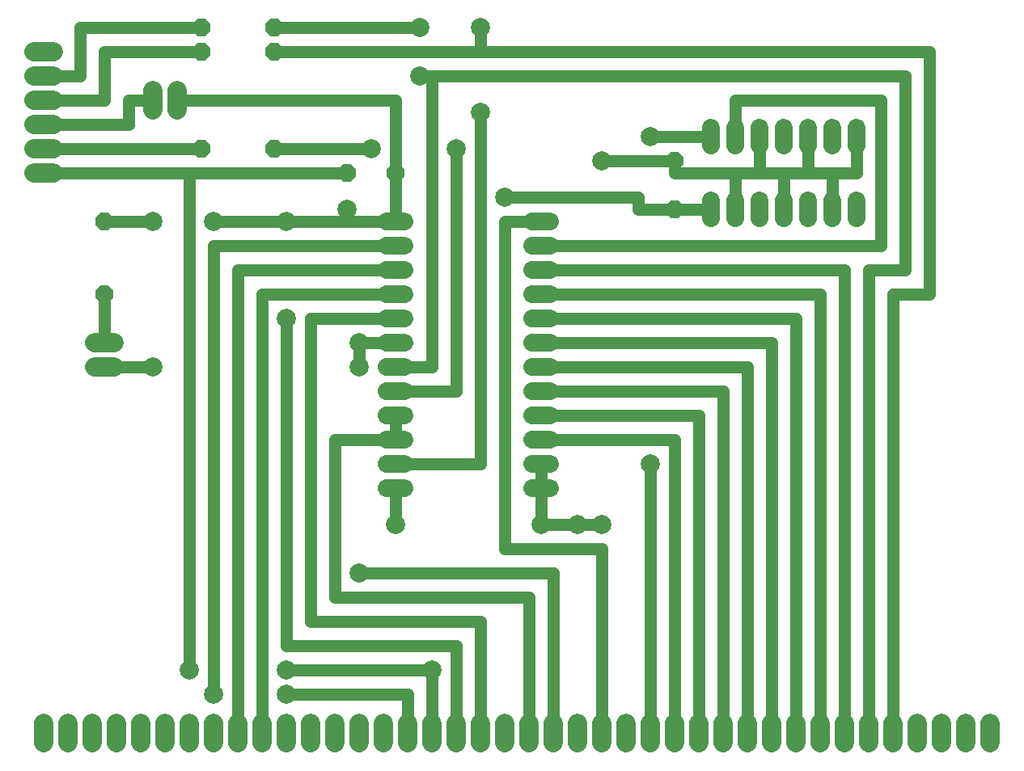
<source format=gbr>
G04 EAGLE Gerber RS-274X export*
G75*
%MOMM*%
%FSLAX34Y34*%
%LPD*%
%INBottom Copper*%
%IPPOS*%
%AMOC8*
5,1,8,0,0,1.08239X$1,22.5*%
G01*
%ADD10P,1.979475X8X112.500000*%
%ADD11P,1.979475X8X202.500000*%
%ADD12C,1.828800*%
%ADD13C,2.032000*%
%ADD14P,1.979475X8X22.500000*%
%ADD15C,2.000000*%
%ADD16C,1.270000*%


D10*
X685800Y-215900D03*
X685800Y-165100D03*
D11*
X393700Y-177800D03*
X342900Y-177800D03*
D12*
X384556Y-508000D02*
X402844Y-508000D01*
X402844Y-482600D02*
X384556Y-482600D01*
X384556Y-355600D02*
X402844Y-355600D01*
X402844Y-330200D02*
X384556Y-330200D01*
X384556Y-457200D02*
X402844Y-457200D01*
X402844Y-431800D02*
X384556Y-431800D01*
X384556Y-381000D02*
X402844Y-381000D01*
X402844Y-406400D02*
X384556Y-406400D01*
X384556Y-304800D02*
X402844Y-304800D01*
X402844Y-279400D02*
X384556Y-279400D01*
X384556Y-254000D02*
X402844Y-254000D01*
X402844Y-228600D02*
X384556Y-228600D01*
X536956Y-228600D02*
X555244Y-228600D01*
X555244Y-254000D02*
X536956Y-254000D01*
X536956Y-279400D02*
X555244Y-279400D01*
X555244Y-304800D02*
X536956Y-304800D01*
X536956Y-330200D02*
X555244Y-330200D01*
X555244Y-355600D02*
X536956Y-355600D01*
X536956Y-381000D02*
X555244Y-381000D01*
X555244Y-406400D02*
X536956Y-406400D01*
X536956Y-431800D02*
X555244Y-431800D01*
X555244Y-457200D02*
X536956Y-457200D01*
X536956Y-482600D02*
X555244Y-482600D01*
X555244Y-508000D02*
X536956Y-508000D01*
X723900Y-148844D02*
X723900Y-130556D01*
X749300Y-130556D02*
X749300Y-148844D01*
X876300Y-148844D02*
X876300Y-130556D01*
X876300Y-206756D02*
X876300Y-225044D01*
X774700Y-148844D02*
X774700Y-130556D01*
X800100Y-130556D02*
X800100Y-148844D01*
X850900Y-148844D02*
X850900Y-130556D01*
X825500Y-130556D02*
X825500Y-148844D01*
X850900Y-206756D02*
X850900Y-225044D01*
X825500Y-225044D02*
X825500Y-206756D01*
X800100Y-206756D02*
X800100Y-225044D01*
X774700Y-225044D02*
X774700Y-206756D01*
X749300Y-206756D02*
X749300Y-225044D01*
X723900Y-225044D02*
X723900Y-206756D01*
D13*
X25400Y-754380D02*
X25400Y-774700D01*
X50800Y-774700D02*
X50800Y-754380D01*
X76200Y-754380D02*
X76200Y-774700D01*
X101600Y-774700D02*
X101600Y-754380D01*
X127000Y-754380D02*
X127000Y-774700D01*
X152400Y-774700D02*
X152400Y-754380D01*
X177800Y-754380D02*
X177800Y-774700D01*
X203200Y-774700D02*
X203200Y-754380D01*
X228600Y-754380D02*
X228600Y-774700D01*
X254000Y-774700D02*
X254000Y-754380D01*
X279400Y-754380D02*
X279400Y-774700D01*
X304800Y-774700D02*
X304800Y-754380D01*
X330200Y-754380D02*
X330200Y-774700D01*
X355600Y-774700D02*
X355600Y-754380D01*
X381000Y-754380D02*
X381000Y-774700D01*
X406400Y-774700D02*
X406400Y-754380D01*
X431800Y-754380D02*
X431800Y-774700D01*
X457200Y-774700D02*
X457200Y-754380D01*
X482600Y-754380D02*
X482600Y-774700D01*
X508000Y-774700D02*
X508000Y-754380D01*
X533400Y-754380D02*
X533400Y-774700D01*
X558800Y-774700D02*
X558800Y-754380D01*
X584200Y-754380D02*
X584200Y-774700D01*
X609600Y-774700D02*
X609600Y-754380D01*
X635000Y-754380D02*
X635000Y-774700D01*
X660400Y-774700D02*
X660400Y-754380D01*
X685800Y-754380D02*
X685800Y-774700D01*
X711200Y-774700D02*
X711200Y-754380D01*
X736600Y-754380D02*
X736600Y-774700D01*
X762000Y-774700D02*
X762000Y-754380D01*
X787400Y-754380D02*
X787400Y-774700D01*
X812800Y-774700D02*
X812800Y-754380D01*
X838200Y-754380D02*
X838200Y-774700D01*
X863600Y-774700D02*
X863600Y-754380D01*
X889000Y-754380D02*
X889000Y-774700D01*
X914400Y-774700D02*
X914400Y-754380D01*
X939800Y-754380D02*
X939800Y-774700D01*
X965200Y-774700D02*
X965200Y-754380D01*
X990600Y-754380D02*
X990600Y-774700D01*
X1016000Y-774700D02*
X1016000Y-754380D01*
X165100Y-111760D02*
X165100Y-91440D01*
X139700Y-91440D02*
X139700Y-111760D01*
D14*
X190500Y-152400D03*
X266700Y-152400D03*
X190500Y-50800D03*
X266700Y-50800D03*
X190500Y-25400D03*
X266700Y-25400D03*
D13*
X35560Y-177800D02*
X15240Y-177800D01*
X15240Y-152400D02*
X35560Y-152400D01*
X35560Y-127000D02*
X15240Y-127000D01*
X15240Y-101600D02*
X35560Y-101600D01*
X35560Y-76200D02*
X15240Y-76200D01*
X15240Y-50800D02*
X35560Y-50800D01*
X78740Y-355600D02*
X99060Y-355600D01*
X99060Y-381000D02*
X78740Y-381000D01*
D10*
X88900Y-304800D03*
X88900Y-228600D03*
D15*
X177800Y-698500D03*
X546100Y-546100D03*
D16*
X546100Y-508000D02*
X546100Y-482600D01*
X876300Y-177800D02*
X876300Y-139700D01*
X876300Y-177800D02*
X850900Y-177800D01*
X850900Y-215900D01*
X850900Y-177800D02*
X825500Y-177800D01*
X800100Y-177800D01*
X800100Y-215900D01*
X800100Y-177800D02*
X774700Y-177800D01*
X749300Y-177800D02*
X749300Y-215900D01*
X749300Y-177800D02*
X685800Y-177800D01*
X685800Y-165100D01*
X749300Y-177800D02*
X774700Y-177800D01*
X774700Y-139700D01*
X825500Y-139700D02*
X825500Y-177800D01*
D15*
X279400Y-698500D03*
X431800Y-698500D03*
D16*
X279400Y-698500D01*
X431800Y-698500D02*
X431800Y-774700D01*
X546100Y-546100D02*
X546100Y-508000D01*
D15*
X609600Y-165100D03*
D16*
X685800Y-165100D01*
D15*
X609600Y-546100D03*
D16*
X177800Y-177800D02*
X25400Y-177800D01*
X177800Y-177800D02*
X177800Y-698500D01*
X177800Y-177800D02*
X342900Y-177800D01*
D15*
X584200Y-546100D03*
D16*
X546100Y-546100D01*
X584200Y-546100D02*
X609600Y-546100D01*
X457200Y-673100D02*
X457200Y-774700D01*
X457200Y-673100D02*
X279400Y-673100D01*
D15*
X279400Y-330200D03*
X342900Y-215900D03*
D16*
X279400Y-330200D02*
X279400Y-673100D01*
X393700Y-228600D02*
X393700Y-177800D01*
X393700Y-101600D02*
X165100Y-101600D01*
X393700Y-101600D02*
X393700Y-177800D01*
X685800Y-215900D02*
X723900Y-215900D01*
D15*
X279400Y-228600D03*
X508000Y-203200D03*
D16*
X647700Y-203200D01*
X647700Y-215900D01*
X685800Y-215900D01*
X393700Y-228600D02*
X342900Y-228600D01*
X279400Y-228600D01*
X342900Y-228600D02*
X342900Y-215900D01*
D15*
X203200Y-228600D03*
X139700Y-228600D03*
D16*
X203200Y-228600D02*
X279400Y-228600D01*
X139700Y-228600D02*
X88900Y-228600D01*
D15*
X393700Y-546100D03*
D16*
X393700Y-508000D01*
X393700Y-279400D02*
X228600Y-279400D01*
X228600Y-774700D01*
X254000Y-304800D02*
X393700Y-304800D01*
X254000Y-304800D02*
X254000Y-774700D01*
X203200Y-254000D02*
X393700Y-254000D01*
D15*
X279400Y-723900D03*
X203200Y-723900D03*
D16*
X203200Y-254000D01*
X406400Y-723900D02*
X406400Y-774700D01*
X406400Y-723900D02*
X279400Y-723900D01*
X533400Y-774700D02*
X533400Y-622300D01*
X330200Y-622300D01*
X330200Y-457200D01*
X393700Y-457200D01*
X393700Y-431800D01*
D15*
X355600Y-355600D03*
X355600Y-596900D03*
D16*
X558800Y-596900D02*
X558800Y-774700D01*
X558800Y-596900D02*
X355600Y-596900D01*
X355600Y-355600D02*
X393700Y-355600D01*
D15*
X355600Y-381000D03*
X139700Y-381000D03*
D16*
X88900Y-381000D01*
X355600Y-381000D02*
X355600Y-355600D01*
X508000Y-571500D02*
X609600Y-571500D01*
X508000Y-571500D02*
X508000Y-228600D01*
X546100Y-228600D01*
X609600Y-571500D02*
X609600Y-774700D01*
D15*
X660400Y-139700D03*
X660400Y-482600D03*
D16*
X660400Y-774700D01*
X660400Y-139700D02*
X723900Y-139700D01*
X685800Y-457200D02*
X546100Y-457200D01*
X685800Y-457200D02*
X685800Y-774700D01*
X711200Y-431800D02*
X546100Y-431800D01*
X711200Y-431800D02*
X711200Y-774700D01*
X736600Y-406400D02*
X546100Y-406400D01*
X736600Y-406400D02*
X736600Y-774700D01*
X762000Y-381000D02*
X546100Y-381000D01*
X762000Y-381000D02*
X762000Y-774700D01*
X787400Y-355600D02*
X546100Y-355600D01*
X787400Y-355600D02*
X787400Y-774700D01*
X812800Y-774700D02*
X812800Y-330200D01*
X546100Y-330200D01*
X838200Y-304800D02*
X838200Y-774700D01*
X838200Y-304800D02*
X546100Y-304800D01*
X863600Y-279400D02*
X863600Y-774700D01*
X863600Y-279400D02*
X546100Y-279400D01*
X889000Y-279400D02*
X889000Y-774700D01*
X889000Y-279400D02*
X927100Y-279400D01*
X927100Y-76200D01*
X431800Y-76200D01*
X431800Y-381000D02*
X393700Y-381000D01*
X431800Y-381000D02*
X431800Y-76200D01*
D15*
X419100Y-25400D03*
X419100Y-76200D03*
D16*
X431800Y-76200D01*
X419100Y-25400D02*
X266700Y-25400D01*
X914400Y-304800D02*
X914400Y-774700D01*
X952500Y-304800D02*
X952500Y-50800D01*
X482600Y-50800D01*
X266700Y-50800D01*
X914400Y-304800D02*
X952500Y-304800D01*
X482600Y-482600D02*
X393700Y-482600D01*
D15*
X482600Y-25400D03*
X482600Y-114300D03*
D16*
X482600Y-482600D01*
X482600Y-50800D02*
X482600Y-25400D01*
X482600Y-647700D02*
X482600Y-774700D01*
X482600Y-647700D02*
X304800Y-647700D01*
X304800Y-330200D01*
X393700Y-330200D01*
X546100Y-254000D02*
X901700Y-254000D01*
X901700Y-101600D02*
X749300Y-101600D01*
X749300Y-139700D01*
X901700Y-101600D02*
X901700Y-254000D01*
X88900Y-101600D02*
X25400Y-101600D01*
X88900Y-101600D02*
X88900Y-50800D01*
X190500Y-50800D01*
X63500Y-76200D02*
X25400Y-76200D01*
X63500Y-76200D02*
X63500Y-25400D01*
X190500Y-25400D01*
X393700Y-406400D02*
X457200Y-406400D01*
D15*
X368300Y-152400D03*
X457200Y-152400D03*
D16*
X457200Y-406400D01*
X368300Y-152400D02*
X266700Y-152400D01*
X190500Y-152400D02*
X25400Y-152400D01*
X114300Y-101600D02*
X139700Y-101600D01*
X114300Y-127000D02*
X25400Y-127000D01*
X114300Y-127000D02*
X114300Y-101600D01*
X88900Y-304800D02*
X88900Y-355600D01*
M02*

</source>
